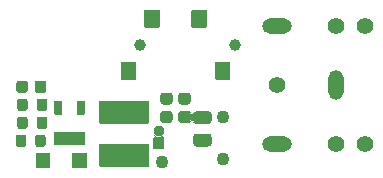
<source format=gbr>
%TF.GenerationSoftware,KiCad,Pcbnew,(5.1.10)-1*%
%TF.CreationDate,2021-10-05T14:24:33+02:00*%
%TF.ProjectId,Masterproef ultrasonic transducer,4d617374-6572-4707-926f-656620756c74,rev?*%
%TF.SameCoordinates,Original*%
%TF.FileFunction,Soldermask,Bot*%
%TF.FilePolarity,Negative*%
%FSLAX46Y46*%
G04 Gerber Fmt 4.6, Leading zero omitted, Abs format (unit mm)*
G04 Created by KiCad (PCBNEW (5.1.10)-1) date 2021-10-05 14:24:33*
%MOMM*%
%LPD*%
G01*
G04 APERTURE LIST*
%ADD10O,0.952000X0.952000*%
%ADD11O,1.310000X2.518000*%
%ADD12O,2.518000X1.310000*%
%ADD13C,1.402000*%
%ADD14C,1.002000*%
%ADD15C,1.102000*%
%ADD16C,0.100000*%
G04 APERTURE END LIST*
D10*
%TO.C,J1*%
X118211600Y-92659200D03*
G36*
G01*
X118687600Y-93234200D02*
X118687600Y-94084200D01*
G75*
G02*
X118636600Y-94135200I-51000J0D01*
G01*
X117786600Y-94135200D01*
G75*
G02*
X117735600Y-94084200I0J51000D01*
G01*
X117735600Y-93234200D01*
G75*
G02*
X117786600Y-93183200I51000J0D01*
G01*
X118636600Y-93183200D01*
G75*
G02*
X118687600Y-93234200I0J-51000D01*
G01*
G37*
%TD*%
%TO.C,D1*%
G36*
G01*
X110895000Y-95733000D02*
X110895000Y-94513000D01*
G75*
G02*
X110946000Y-94462000I51000J0D01*
G01*
X112066000Y-94462000D01*
G75*
G02*
X112117000Y-94513000I0J-51000D01*
G01*
X112117000Y-95733000D01*
G75*
G02*
X112066000Y-95784000I-51000J0D01*
G01*
X110946000Y-95784000D01*
G75*
G02*
X110895000Y-95733000I0J51000D01*
G01*
G37*
G36*
G01*
X107795000Y-95733000D02*
X107795000Y-94513000D01*
G75*
G02*
X107846000Y-94462000I51000J0D01*
G01*
X108966000Y-94462000D01*
G75*
G02*
X109017000Y-94513000I0J-51000D01*
G01*
X109017000Y-95733000D01*
G75*
G02*
X108966000Y-95784000I-51000J0D01*
G01*
X107846000Y-95784000D01*
G75*
G02*
X107795000Y-95733000I0J51000D01*
G01*
G37*
%TD*%
D11*
%TO.C,J2*%
X133223000Y-88726000D03*
D12*
X128223000Y-83726000D03*
X128223000Y-93726000D03*
D13*
X128223000Y-88726000D03*
X133223000Y-83726000D03*
X133223000Y-93726000D03*
X135723000Y-93726000D03*
X135723000Y-83726000D03*
%TD*%
D14*
%TO.C,S1*%
X124642000Y-85344000D03*
X116642000Y-85344000D03*
G36*
G01*
X122991000Y-88244001D02*
X122991000Y-86843999D01*
G75*
G02*
X123041999Y-86793000I50999J0D01*
G01*
X124242001Y-86793000D01*
G75*
G02*
X124293000Y-86843999I0J-50999D01*
G01*
X124293000Y-88244001D01*
G75*
G02*
X124242001Y-88295000I-50999J0D01*
G01*
X123041999Y-88295000D01*
G75*
G02*
X122991000Y-88244001I0J50999D01*
G01*
G37*
G36*
G01*
X114991000Y-88244001D02*
X114991000Y-86843999D01*
G75*
G02*
X115041999Y-86793000I50999J0D01*
G01*
X116242001Y-86793000D01*
G75*
G02*
X116293000Y-86843999I0J-50999D01*
G01*
X116293000Y-88244001D01*
G75*
G02*
X116242001Y-88295000I-50999J0D01*
G01*
X115041999Y-88295000D01*
G75*
G02*
X114991000Y-88244001I0J50999D01*
G01*
G37*
G36*
G01*
X120991000Y-83844001D02*
X120991000Y-82443999D01*
G75*
G02*
X121041999Y-82393000I50999J0D01*
G01*
X122242001Y-82393000D01*
G75*
G02*
X122293000Y-82443999I0J-50999D01*
G01*
X122293000Y-83844001D01*
G75*
G02*
X122242001Y-83895000I-50999J0D01*
G01*
X121041999Y-83895000D01*
G75*
G02*
X120991000Y-83844001I0J50999D01*
G01*
G37*
G36*
G01*
X116991000Y-83844001D02*
X116991000Y-82443999D01*
G75*
G02*
X117041999Y-82393000I50999J0D01*
G01*
X118242001Y-82393000D01*
G75*
G02*
X118293000Y-82443999I0J-50999D01*
G01*
X118293000Y-83844001D01*
G75*
G02*
X118242001Y-83895000I-50999J0D01*
G01*
X117041999Y-83895000D01*
G75*
G02*
X116991000Y-83844001I0J50999D01*
G01*
G37*
%TD*%
%TO.C,L1*%
G36*
G01*
X113240600Y-93715200D02*
X117340600Y-93715200D01*
G75*
G02*
X117391600Y-93766200I0J-51000D01*
G01*
X117391600Y-95616200D01*
G75*
G02*
X117340600Y-95667200I-51000J0D01*
G01*
X113240600Y-95667200D01*
G75*
G02*
X113189600Y-95616200I0J51000D01*
G01*
X113189600Y-93766200D01*
G75*
G02*
X113240600Y-93715200I51000J0D01*
G01*
G37*
G36*
G01*
X113240600Y-90065200D02*
X117340600Y-90065200D01*
G75*
G02*
X117391600Y-90116200I0J-51000D01*
G01*
X117391600Y-91966200D01*
G75*
G02*
X117340600Y-92017200I-51000J0D01*
G01*
X113240600Y-92017200D01*
G75*
G02*
X113189600Y-91966200I0J51000D01*
G01*
X113189600Y-90116200D01*
G75*
G02*
X113240600Y-90065200I51000J0D01*
G01*
G37*
%TD*%
%TO.C,IC1*%
G36*
G01*
X111256600Y-91203000D02*
X111256600Y-90153000D01*
G75*
G02*
X111307600Y-90102000I51000J0D01*
G01*
X111907600Y-90102000D01*
G75*
G02*
X111958600Y-90153000I0J-51000D01*
G01*
X111958600Y-91203000D01*
G75*
G02*
X111907600Y-91254000I-51000J0D01*
G01*
X111307600Y-91254000D01*
G75*
G02*
X111256600Y-91203000I0J51000D01*
G01*
G37*
G36*
G01*
X109356600Y-91203000D02*
X109356600Y-90153000D01*
G75*
G02*
X109407600Y-90102000I51000J0D01*
G01*
X110007600Y-90102000D01*
G75*
G02*
X110058600Y-90153000I0J-51000D01*
G01*
X110058600Y-91203000D01*
G75*
G02*
X110007600Y-91254000I-51000J0D01*
G01*
X109407600Y-91254000D01*
G75*
G02*
X109356600Y-91203000I0J51000D01*
G01*
G37*
G36*
G01*
X109356600Y-93803000D02*
X109356600Y-92753000D01*
G75*
G02*
X109407600Y-92702000I51000J0D01*
G01*
X110007600Y-92702000D01*
G75*
G02*
X110058600Y-92753000I0J-51000D01*
G01*
X110058600Y-93803000D01*
G75*
G02*
X110007600Y-93854000I-51000J0D01*
G01*
X109407600Y-93854000D01*
G75*
G02*
X109356600Y-93803000I0J51000D01*
G01*
G37*
G36*
G01*
X110306600Y-93803000D02*
X110306600Y-92753000D01*
G75*
G02*
X110357600Y-92702000I51000J0D01*
G01*
X110957600Y-92702000D01*
G75*
G02*
X111008600Y-92753000I0J-51000D01*
G01*
X111008600Y-93803000D01*
G75*
G02*
X110957600Y-93854000I-51000J0D01*
G01*
X110357600Y-93854000D01*
G75*
G02*
X110306600Y-93803000I0J51000D01*
G01*
G37*
G36*
G01*
X111256600Y-93803000D02*
X111256600Y-92753000D01*
G75*
G02*
X111307600Y-92702000I51000J0D01*
G01*
X111907600Y-92702000D01*
G75*
G02*
X111958600Y-92753000I0J-51000D01*
G01*
X111958600Y-93803000D01*
G75*
G02*
X111907600Y-93854000I-51000J0D01*
G01*
X111307600Y-93854000D01*
G75*
G02*
X111256600Y-93803000I0J51000D01*
G01*
G37*
%TD*%
%TO.C,R3*%
G36*
G01*
X107131000Y-90123500D02*
X107131000Y-90724500D01*
G75*
G02*
X106905500Y-90950000I-225500J0D01*
G01*
X106454500Y-90950000D01*
G75*
G02*
X106229000Y-90724500I0J225500D01*
G01*
X106229000Y-90123500D01*
G75*
G02*
X106454500Y-89898000I225500J0D01*
G01*
X106905500Y-89898000D01*
G75*
G02*
X107131000Y-90123500I0J-225500D01*
G01*
G37*
G36*
G01*
X108781000Y-90123500D02*
X108781000Y-90724500D01*
G75*
G02*
X108555500Y-90950000I-225500J0D01*
G01*
X108104500Y-90950000D01*
G75*
G02*
X107879000Y-90724500I0J225500D01*
G01*
X107879000Y-90123500D01*
G75*
G02*
X108104500Y-89898000I225500J0D01*
G01*
X108555500Y-89898000D01*
G75*
G02*
X108781000Y-90123500I0J-225500D01*
G01*
G37*
%TD*%
%TO.C,C2*%
G36*
G01*
X107703000Y-89175500D02*
X107703000Y-88624500D01*
G75*
G02*
X107953500Y-88374000I250500J0D01*
G01*
X108454500Y-88374000D01*
G75*
G02*
X108705000Y-88624500I0J-250500D01*
G01*
X108705000Y-89175500D01*
G75*
G02*
X108454500Y-89426000I-250500J0D01*
G01*
X107953500Y-89426000D01*
G75*
G02*
X107703000Y-89175500I0J250500D01*
G01*
G37*
G36*
G01*
X106153000Y-89175500D02*
X106153000Y-88624500D01*
G75*
G02*
X106403500Y-88374000I250500J0D01*
G01*
X106904500Y-88374000D01*
G75*
G02*
X107155000Y-88624500I0J-250500D01*
G01*
X107155000Y-89175500D01*
G75*
G02*
X106904500Y-89426000I-250500J0D01*
G01*
X106403500Y-89426000D01*
G75*
G02*
X106153000Y-89175500I0J250500D01*
G01*
G37*
%TD*%
D15*
%TO.C,10*%
X123698000Y-94996000D03*
%TD*%
%TO.C,8*%
X118491000Y-95250000D03*
%TD*%
%TO.C,5*%
X123698000Y-91440000D03*
%TD*%
%TO.C,R2*%
G36*
G01*
X107879000Y-92248500D02*
X107879000Y-91647500D01*
G75*
G02*
X108104500Y-91422000I225500J0D01*
G01*
X108555500Y-91422000D01*
G75*
G02*
X108781000Y-91647500I0J-225500D01*
G01*
X108781000Y-92248500D01*
G75*
G02*
X108555500Y-92474000I-225500J0D01*
G01*
X108104500Y-92474000D01*
G75*
G02*
X107879000Y-92248500I0J225500D01*
G01*
G37*
G36*
G01*
X106229000Y-92248500D02*
X106229000Y-91647500D01*
G75*
G02*
X106454500Y-91422000I225500J0D01*
G01*
X106905500Y-91422000D01*
G75*
G02*
X107131000Y-91647500I0J-225500D01*
G01*
X107131000Y-92248500D01*
G75*
G02*
X106905500Y-92474000I-225500J0D01*
G01*
X106454500Y-92474000D01*
G75*
G02*
X106229000Y-92248500I0J225500D01*
G01*
G37*
%TD*%
%TO.C,R1*%
G36*
G01*
X107753000Y-93772500D02*
X107753000Y-93171500D01*
G75*
G02*
X107978500Y-92946000I225500J0D01*
G01*
X108429500Y-92946000D01*
G75*
G02*
X108655000Y-93171500I0J-225500D01*
G01*
X108655000Y-93772500D01*
G75*
G02*
X108429500Y-93998000I-225500J0D01*
G01*
X107978500Y-93998000D01*
G75*
G02*
X107753000Y-93772500I0J225500D01*
G01*
G37*
G36*
G01*
X106103000Y-93772500D02*
X106103000Y-93171500D01*
G75*
G02*
X106328500Y-92946000I225500J0D01*
G01*
X106779500Y-92946000D01*
G75*
G02*
X107005000Y-93171500I0J-225500D01*
G01*
X107005000Y-93772500D01*
G75*
G02*
X106779500Y-93998000I-225500J0D01*
G01*
X106328500Y-93998000D01*
G75*
G02*
X106103000Y-93772500I0J225500D01*
G01*
G37*
%TD*%
%TO.C,C4*%
G36*
G01*
X120671500Y-90404000D02*
X120120500Y-90404000D01*
G75*
G02*
X119870000Y-90153500I0J250500D01*
G01*
X119870000Y-89652500D01*
G75*
G02*
X120120500Y-89402000I250500J0D01*
G01*
X120671500Y-89402000D01*
G75*
G02*
X120922000Y-89652500I0J-250500D01*
G01*
X120922000Y-90153500D01*
G75*
G02*
X120671500Y-90404000I-250500J0D01*
G01*
G37*
G36*
G01*
X120671500Y-91954000D02*
X120120500Y-91954000D01*
G75*
G02*
X119870000Y-91703500I0J250500D01*
G01*
X119870000Y-91202500D01*
G75*
G02*
X120120500Y-90952000I250500J0D01*
G01*
X120671500Y-90952000D01*
G75*
G02*
X120922000Y-91202500I0J-250500D01*
G01*
X120922000Y-91703500D01*
G75*
G02*
X120671500Y-91954000I-250500J0D01*
G01*
G37*
%TD*%
%TO.C,C3*%
G36*
G01*
X121419500Y-92855000D02*
X122420500Y-92855000D01*
G75*
G02*
X122696000Y-93130500I0J-275500D01*
G01*
X122696000Y-93681500D01*
G75*
G02*
X122420500Y-93957000I-275500J0D01*
G01*
X121419500Y-93957000D01*
G75*
G02*
X121144000Y-93681500I0J275500D01*
G01*
X121144000Y-93130500D01*
G75*
G02*
X121419500Y-92855000I275500J0D01*
G01*
G37*
G36*
G01*
X121419500Y-90955000D02*
X122420500Y-90955000D01*
G75*
G02*
X122696000Y-91230500I0J-275500D01*
G01*
X122696000Y-91781500D01*
G75*
G02*
X122420500Y-92057000I-275500J0D01*
G01*
X121419500Y-92057000D01*
G75*
G02*
X121144000Y-91781500I0J275500D01*
G01*
X121144000Y-91230500D01*
G75*
G02*
X121419500Y-90955000I275500J0D01*
G01*
G37*
%TD*%
%TO.C,C1*%
G36*
G01*
X119147500Y-90404000D02*
X118596500Y-90404000D01*
G75*
G02*
X118346000Y-90153500I0J250500D01*
G01*
X118346000Y-89652500D01*
G75*
G02*
X118596500Y-89402000I250500J0D01*
G01*
X119147500Y-89402000D01*
G75*
G02*
X119398000Y-89652500I0J-250500D01*
G01*
X119398000Y-90153500D01*
G75*
G02*
X119147500Y-90404000I-250500J0D01*
G01*
G37*
G36*
G01*
X119147500Y-91954000D02*
X118596500Y-91954000D01*
G75*
G02*
X118346000Y-91703500I0J250500D01*
G01*
X118346000Y-91202500D01*
G75*
G02*
X118596500Y-90952000I250500J0D01*
G01*
X119147500Y-90952000D01*
G75*
G02*
X119398000Y-91202500I0J-250500D01*
G01*
X119398000Y-91703500D01*
G75*
G02*
X119147500Y-91954000I-250500J0D01*
G01*
G37*
%TD*%
D16*
G36*
X111258332Y-92701000D02*
G01*
X111258600Y-92702000D01*
X111258600Y-93854000D01*
X111257600Y-93855732D01*
X111256600Y-93856000D01*
X111008600Y-93856000D01*
X111006868Y-93855000D01*
X111006600Y-93854000D01*
X111006600Y-92702000D01*
X111007600Y-92700268D01*
X111008600Y-92700000D01*
X111256600Y-92700000D01*
X111258332Y-92701000D01*
G37*
G36*
X110308332Y-92701000D02*
G01*
X110308600Y-92702000D01*
X110308600Y-93854000D01*
X110307600Y-93855732D01*
X110306600Y-93856000D01*
X110058600Y-93856000D01*
X110056868Y-93855000D01*
X110056600Y-93854000D01*
X110056600Y-92702000D01*
X110057600Y-92700268D01*
X110058600Y-92700000D01*
X110306600Y-92700000D01*
X110308332Y-92701000D01*
G37*
G36*
X117858448Y-92973144D02*
G01*
X117910903Y-93025599D01*
X117988162Y-93077222D01*
X118074006Y-93112780D01*
X118165143Y-93130908D01*
X118258057Y-93130908D01*
X118349194Y-93112780D01*
X118435038Y-93077222D01*
X118512297Y-93025599D01*
X118564752Y-92973144D01*
X118566684Y-92972626D01*
X118568098Y-92974040D01*
X118567712Y-92975827D01*
X118556186Y-92989871D01*
X118544821Y-93011135D01*
X118537821Y-93034210D01*
X118535458Y-93058201D01*
X118537821Y-93082192D01*
X118544821Y-93105267D01*
X118556186Y-93126531D01*
X118571481Y-93145168D01*
X118590118Y-93160463D01*
X118611382Y-93171828D01*
X118634457Y-93178828D01*
X118658644Y-93181210D01*
X118660270Y-93182375D01*
X118660074Y-93184365D01*
X118658448Y-93185200D01*
X117764752Y-93185200D01*
X117763020Y-93184200D01*
X117763020Y-93182200D01*
X117764556Y-93181210D01*
X117788743Y-93178828D01*
X117811818Y-93171828D01*
X117833082Y-93160463D01*
X117851719Y-93145168D01*
X117867014Y-93126531D01*
X117878379Y-93105267D01*
X117885379Y-93082192D01*
X117887742Y-93058201D01*
X117885379Y-93034210D01*
X117878379Y-93011135D01*
X117867014Y-92989871D01*
X117855488Y-92975827D01*
X117855162Y-92973853D01*
X117856708Y-92972585D01*
X117858448Y-92973144D01*
G37*
G36*
X120728056Y-90950010D02*
G01*
X120770756Y-90954215D01*
X120771141Y-90954291D01*
X120806294Y-90964955D01*
X120806656Y-90965105D01*
X120839053Y-90982422D01*
X120839379Y-90982640D01*
X120867778Y-91005945D01*
X120868055Y-91006222D01*
X120891360Y-91034621D01*
X120891578Y-91034947D01*
X120908894Y-91067343D01*
X120909044Y-91067705D01*
X120919018Y-91100582D01*
X120928283Y-91122947D01*
X120941678Y-91142994D01*
X120958725Y-91160041D01*
X120978773Y-91173435D01*
X121001047Y-91182661D01*
X121024697Y-91187365D01*
X121048803Y-91187365D01*
X121072453Y-91182660D01*
X121094727Y-91173433D01*
X121114774Y-91160038D01*
X121131821Y-91142991D01*
X121145215Y-91122943D01*
X121154479Y-91100578D01*
X121158859Y-91086137D01*
X121159009Y-91085775D01*
X121178635Y-91049058D01*
X121178853Y-91048732D01*
X121205268Y-91016545D01*
X121205545Y-91016268D01*
X121237732Y-90989853D01*
X121238058Y-90989635D01*
X121274773Y-90970010D01*
X121275135Y-90969860D01*
X121314985Y-90957772D01*
X121315370Y-90957696D01*
X121362945Y-90953010D01*
X121363141Y-90953000D01*
X121419500Y-90953000D01*
X121421232Y-90954000D01*
X121421232Y-90956000D01*
X121419696Y-90956990D01*
X121366148Y-90962264D01*
X121314840Y-90977828D01*
X121267556Y-91003101D01*
X121226113Y-91037113D01*
X121192101Y-91078556D01*
X121166828Y-91125840D01*
X121151264Y-91177148D01*
X121146000Y-91230594D01*
X121146000Y-91781406D01*
X121151264Y-91834852D01*
X121166828Y-91886160D01*
X121192101Y-91933444D01*
X121226113Y-91974887D01*
X121267556Y-92008899D01*
X121314840Y-92034172D01*
X121366148Y-92049736D01*
X121419696Y-92055010D01*
X121421322Y-92056175D01*
X121421126Y-92058165D01*
X121419500Y-92059000D01*
X121363141Y-92059000D01*
X121362945Y-92058990D01*
X121315370Y-92054304D01*
X121314985Y-92054228D01*
X121275135Y-92042140D01*
X121274773Y-92041990D01*
X121238058Y-92022365D01*
X121237732Y-92022147D01*
X121205545Y-91995732D01*
X121205268Y-91995455D01*
X121178853Y-91963268D01*
X121178635Y-91962942D01*
X121159010Y-91926227D01*
X121158860Y-91925865D01*
X121146772Y-91886015D01*
X121146696Y-91885630D01*
X121145542Y-91873917D01*
X121140817Y-91850165D01*
X121131591Y-91827891D01*
X121118196Y-91807844D01*
X121101148Y-91790797D01*
X121081101Y-91777403D01*
X121058827Y-91768177D01*
X121035176Y-91763473D01*
X121011070Y-91763473D01*
X120987420Y-91768178D01*
X120965146Y-91777404D01*
X120945099Y-91790799D01*
X120928052Y-91807847D01*
X120914605Y-91827973D01*
X120891578Y-91871053D01*
X120891360Y-91871379D01*
X120868055Y-91899778D01*
X120867778Y-91900055D01*
X120839379Y-91923360D01*
X120839053Y-91923578D01*
X120806656Y-91940895D01*
X120806294Y-91941045D01*
X120771141Y-91951709D01*
X120770756Y-91951785D01*
X120728056Y-91955990D01*
X120727860Y-91956000D01*
X120671500Y-91956000D01*
X120669768Y-91955000D01*
X120669768Y-91953000D01*
X120671304Y-91952010D01*
X120719975Y-91947217D01*
X120766593Y-91933075D01*
X120809554Y-91910112D01*
X120847209Y-91879209D01*
X120878112Y-91841554D01*
X120901075Y-91798593D01*
X120915217Y-91751975D01*
X120920000Y-91703406D01*
X120920000Y-91202594D01*
X120915217Y-91154025D01*
X120901075Y-91107407D01*
X120878112Y-91064446D01*
X120847209Y-91026791D01*
X120809554Y-90995888D01*
X120766593Y-90972925D01*
X120719975Y-90958783D01*
X120671304Y-90953990D01*
X120669678Y-90952825D01*
X120669874Y-90950835D01*
X120671500Y-90950000D01*
X120727860Y-90950000D01*
X120728056Y-90950010D01*
G37*
M02*

</source>
